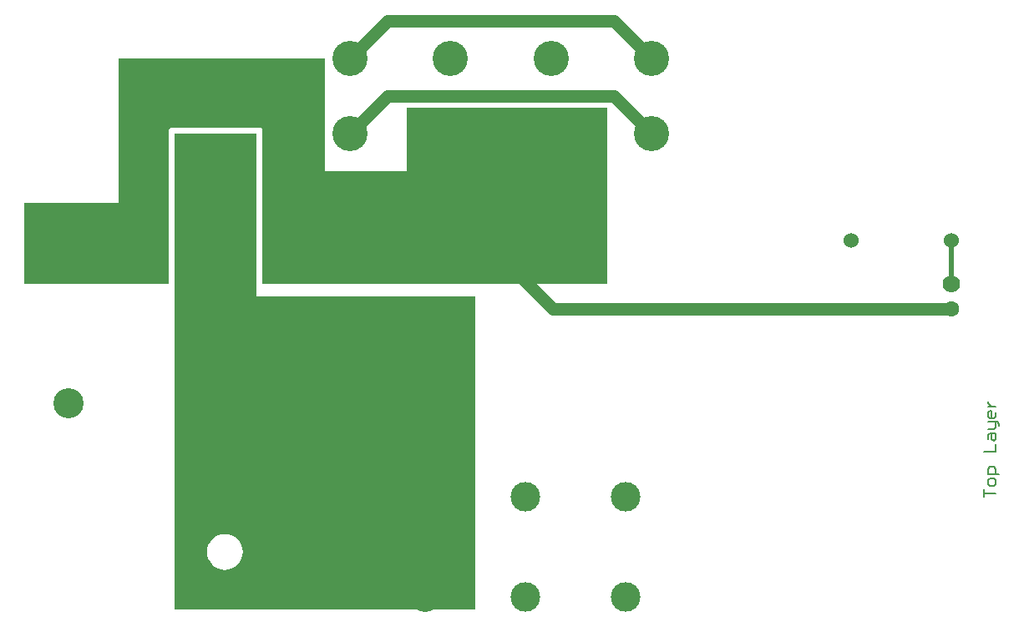
<source format=gtl>
%FSLAX23Y23*%
%MOIN*%
G70*
G01*
G75*
G04 Layer_Physical_Order=1*
G04 Layer_Color=255*
%ADD10C,0.150*%
%ADD11C,0.050*%
%ADD12C,0.120*%
%ADD13C,0.020*%
%ADD14C,0.005*%
%ADD15C,0.120*%
%ADD16C,0.063*%
%ADD17C,0.070*%
%ADD18C,0.060*%
%ADD19C,0.118*%
%ADD20C,0.118*%
%ADD21C,0.140*%
G36*
X1125Y1400D02*
Y1300D01*
X2000D01*
Y50D01*
X800D01*
Y1950D01*
X1125D01*
Y1400D01*
D02*
G37*
G36*
X1400Y1800D02*
X1725D01*
Y2050D01*
Y2055D01*
X2525D01*
Y1375D01*
Y1350D01*
X1150D01*
Y1975D01*
X775D01*
Y1375D01*
Y1350D01*
X200D01*
Y1675D01*
X575D01*
Y2250D01*
X1400D01*
Y1800D01*
D02*
G37*
%LPC*%
G36*
X1000Y352D02*
X986Y350D01*
X973Y346D01*
X960Y339D01*
X949Y331D01*
X941Y320D01*
X934Y307D01*
X930Y294D01*
X928Y280D01*
X930Y266D01*
X934Y253D01*
X941Y240D01*
X949Y229D01*
X960Y221D01*
X973Y214D01*
X986Y210D01*
X1000Y208D01*
X1014Y210D01*
X1027Y214D01*
X1040Y221D01*
X1051Y229D01*
X1059Y240D01*
X1066Y253D01*
X1070Y266D01*
X1072Y280D01*
X1070Y294D01*
X1066Y307D01*
X1059Y320D01*
X1051Y331D01*
X1040Y339D01*
X1027Y346D01*
X1014Y350D01*
X1000Y352D01*
D02*
G37*
%LPD*%
D10*
X1150Y2075D02*
X1250Y1975D01*
Y1480D02*
Y1975D01*
Y1480D02*
X1900D01*
X775Y2075D02*
X1150D01*
X2080Y1480D02*
X2302Y1702D01*
X1900Y1480D02*
Y1950D01*
Y1480D02*
X2080D01*
X2302Y1702D02*
Y1951D01*
X700Y2000D02*
X775Y2075D01*
X700Y1480D02*
Y2000D01*
X695Y1475D02*
X700Y1480D01*
X375Y1475D02*
X695D01*
D11*
X2080Y1480D02*
X2310Y1250D01*
X3900D01*
X2553Y2400D02*
X2702Y2251D01*
X1650Y2400D02*
X2553D01*
X1500Y2250D02*
X1650Y2400D01*
X2553Y2100D02*
X2702Y1951D01*
X1650Y2100D02*
X2553D01*
X1500Y1950D02*
X1650Y2100D01*
D12*
X1000Y1300D02*
Y1880D01*
Y1300D02*
X1800Y500D01*
Y100D02*
Y500D01*
D13*
X3900Y1350D02*
Y1525D01*
D14*
X4030Y500D02*
Y530D01*
Y515D01*
X4075D01*
Y552D02*
Y567D01*
X4068Y575D01*
X4053D01*
X4045Y567D01*
Y552D01*
X4053Y545D01*
X4068D01*
X4075Y552D01*
X4090Y590D02*
X4045D01*
Y612D01*
X4053Y620D01*
X4068D01*
X4075Y612D01*
Y590D01*
X4030Y680D02*
X4075D01*
Y710D01*
X4045Y732D02*
Y747D01*
X4053Y755D01*
X4075D01*
Y732D01*
X4068Y725D01*
X4060Y732D01*
Y755D01*
X4045Y770D02*
X4068D01*
X4075Y777D01*
Y800D01*
X4082D01*
X4090Y792D01*
Y785D01*
X4075Y800D02*
X4045D01*
X4075Y837D02*
Y822D01*
X4068Y815D01*
X4053D01*
X4045Y822D01*
Y837D01*
X4053Y845D01*
X4060D01*
Y815D01*
X4045Y860D02*
X4075D01*
X4060D01*
X4053Y867D01*
X4045Y875D01*
Y882D01*
D15*
X375Y875D02*
D03*
Y1475D02*
D03*
D16*
X3900Y1250D02*
D03*
D17*
Y1350D02*
D03*
D18*
Y1525D02*
D03*
X3500D02*
D03*
D19*
X1000Y1880D02*
D03*
X1300Y1480D02*
D03*
X2200Y100D02*
D03*
Y500D02*
D03*
D20*
X700Y1480D02*
D03*
X1800Y500D02*
D03*
Y100D02*
D03*
X2600D02*
D03*
Y500D02*
D03*
D21*
X1900Y2250D02*
D03*
X2302Y2251D02*
D03*
X1900Y1950D02*
D03*
X2302Y1951D02*
D03*
X1500Y2250D02*
D03*
X2702Y2251D02*
D03*
X1500Y1950D02*
D03*
X2702Y1951D02*
D03*
M02*

</source>
